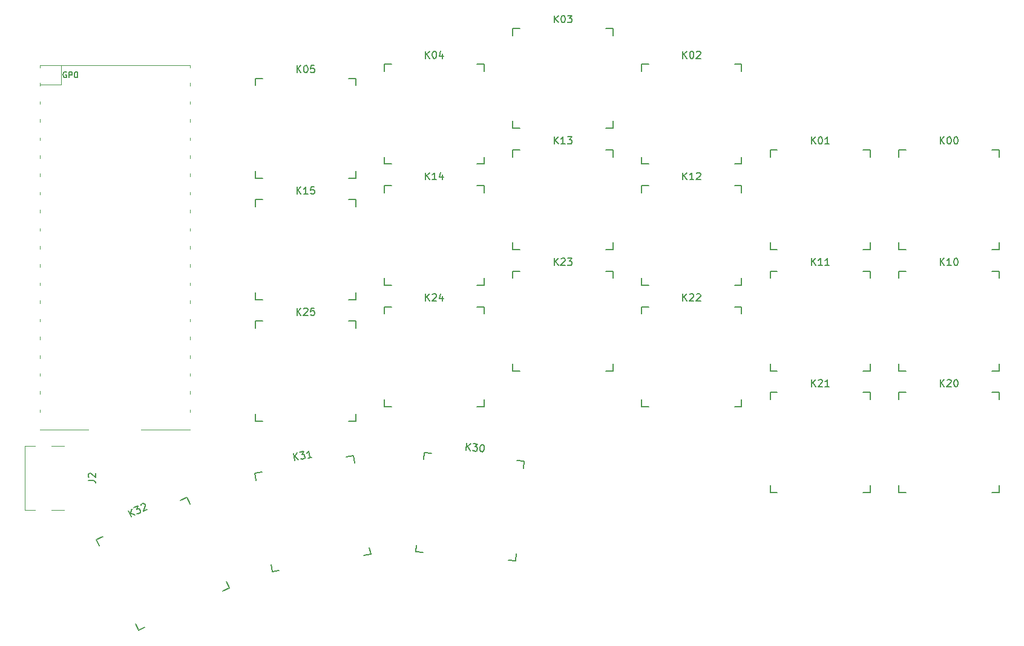
<source format=gto>
%TF.GenerationSoftware,KiCad,Pcbnew,8.0.8*%
%TF.CreationDate,2025-05-22T15:11:42+02:00*%
%TF.ProjectId,keyboard_pcb,6b657962-6f61-4726-945f-7063622e6b69,rev1.0*%
%TF.SameCoordinates,Original*%
%TF.FileFunction,Legend,Top*%
%TF.FilePolarity,Positive*%
%FSLAX46Y46*%
G04 Gerber Fmt 4.6, Leading zero omitted, Abs format (unit mm)*
G04 Created by KiCad (PCBNEW 8.0.8) date 2025-05-22 15:11:42*
%MOMM*%
%LPD*%
G01*
G04 APERTURE LIST*
%ADD10C,0.150000*%
%ADD11C,0.120000*%
G04 APERTURE END LIST*
D10*
X74834819Y-109333333D02*
X75549104Y-109333333D01*
X75549104Y-109333333D02*
X75691961Y-109380952D01*
X75691961Y-109380952D02*
X75787200Y-109476190D01*
X75787200Y-109476190D02*
X75834819Y-109619047D01*
X75834819Y-109619047D02*
X75834819Y-109714285D01*
X74930057Y-108904761D02*
X74882438Y-108857142D01*
X74882438Y-108857142D02*
X74834819Y-108761904D01*
X74834819Y-108761904D02*
X74834819Y-108523809D01*
X74834819Y-108523809D02*
X74882438Y-108428571D01*
X74882438Y-108428571D02*
X74930057Y-108380952D01*
X74930057Y-108380952D02*
X75025295Y-108333333D01*
X75025295Y-108333333D02*
X75120533Y-108333333D01*
X75120533Y-108333333D02*
X75263390Y-108380952D01*
X75263390Y-108380952D02*
X75834819Y-108952380D01*
X75834819Y-108952380D02*
X75834819Y-108333333D01*
X104025714Y-86199819D02*
X104025714Y-85199819D01*
X104597142Y-86199819D02*
X104168571Y-85628390D01*
X104597142Y-85199819D02*
X104025714Y-85771247D01*
X104978095Y-85295057D02*
X105025714Y-85247438D01*
X105025714Y-85247438D02*
X105120952Y-85199819D01*
X105120952Y-85199819D02*
X105359047Y-85199819D01*
X105359047Y-85199819D02*
X105454285Y-85247438D01*
X105454285Y-85247438D02*
X105501904Y-85295057D01*
X105501904Y-85295057D02*
X105549523Y-85390295D01*
X105549523Y-85390295D02*
X105549523Y-85485533D01*
X105549523Y-85485533D02*
X105501904Y-85628390D01*
X105501904Y-85628390D02*
X104930476Y-86199819D01*
X104930476Y-86199819D02*
X105549523Y-86199819D01*
X106454285Y-85199819D02*
X105978095Y-85199819D01*
X105978095Y-85199819D02*
X105930476Y-85676009D01*
X105930476Y-85676009D02*
X105978095Y-85628390D01*
X105978095Y-85628390D02*
X106073333Y-85580771D01*
X106073333Y-85580771D02*
X106311428Y-85580771D01*
X106311428Y-85580771D02*
X106406666Y-85628390D01*
X106406666Y-85628390D02*
X106454285Y-85676009D01*
X106454285Y-85676009D02*
X106501904Y-85771247D01*
X106501904Y-85771247D02*
X106501904Y-86009342D01*
X106501904Y-86009342D02*
X106454285Y-86104580D01*
X106454285Y-86104580D02*
X106406666Y-86152200D01*
X106406666Y-86152200D02*
X106311428Y-86199819D01*
X106311428Y-86199819D02*
X106073333Y-86199819D01*
X106073333Y-86199819D02*
X105978095Y-86152200D01*
X105978095Y-86152200D02*
X105930476Y-86104580D01*
X122025714Y-84199819D02*
X122025714Y-83199819D01*
X122597142Y-84199819D02*
X122168571Y-83628390D01*
X122597142Y-83199819D02*
X122025714Y-83771247D01*
X122978095Y-83295057D02*
X123025714Y-83247438D01*
X123025714Y-83247438D02*
X123120952Y-83199819D01*
X123120952Y-83199819D02*
X123359047Y-83199819D01*
X123359047Y-83199819D02*
X123454285Y-83247438D01*
X123454285Y-83247438D02*
X123501904Y-83295057D01*
X123501904Y-83295057D02*
X123549523Y-83390295D01*
X123549523Y-83390295D02*
X123549523Y-83485533D01*
X123549523Y-83485533D02*
X123501904Y-83628390D01*
X123501904Y-83628390D02*
X122930476Y-84199819D01*
X122930476Y-84199819D02*
X123549523Y-84199819D01*
X124406666Y-83533152D02*
X124406666Y-84199819D01*
X124168571Y-83152200D02*
X123930476Y-83866485D01*
X123930476Y-83866485D02*
X124549523Y-83866485D01*
X176025714Y-96199819D02*
X176025714Y-95199819D01*
X176597142Y-96199819D02*
X176168571Y-95628390D01*
X176597142Y-95199819D02*
X176025714Y-95771247D01*
X176978095Y-95295057D02*
X177025714Y-95247438D01*
X177025714Y-95247438D02*
X177120952Y-95199819D01*
X177120952Y-95199819D02*
X177359047Y-95199819D01*
X177359047Y-95199819D02*
X177454285Y-95247438D01*
X177454285Y-95247438D02*
X177501904Y-95295057D01*
X177501904Y-95295057D02*
X177549523Y-95390295D01*
X177549523Y-95390295D02*
X177549523Y-95485533D01*
X177549523Y-95485533D02*
X177501904Y-95628390D01*
X177501904Y-95628390D02*
X176930476Y-96199819D01*
X176930476Y-96199819D02*
X177549523Y-96199819D01*
X178501904Y-96199819D02*
X177930476Y-96199819D01*
X178216190Y-96199819D02*
X178216190Y-95199819D01*
X178216190Y-95199819D02*
X178120952Y-95342676D01*
X178120952Y-95342676D02*
X178025714Y-95437914D01*
X178025714Y-95437914D02*
X177930476Y-95485533D01*
X158025714Y-50199819D02*
X158025714Y-49199819D01*
X158597142Y-50199819D02*
X158168571Y-49628390D01*
X158597142Y-49199819D02*
X158025714Y-49771247D01*
X159216190Y-49199819D02*
X159311428Y-49199819D01*
X159311428Y-49199819D02*
X159406666Y-49247438D01*
X159406666Y-49247438D02*
X159454285Y-49295057D01*
X159454285Y-49295057D02*
X159501904Y-49390295D01*
X159501904Y-49390295D02*
X159549523Y-49580771D01*
X159549523Y-49580771D02*
X159549523Y-49818866D01*
X159549523Y-49818866D02*
X159501904Y-50009342D01*
X159501904Y-50009342D02*
X159454285Y-50104580D01*
X159454285Y-50104580D02*
X159406666Y-50152200D01*
X159406666Y-50152200D02*
X159311428Y-50199819D01*
X159311428Y-50199819D02*
X159216190Y-50199819D01*
X159216190Y-50199819D02*
X159120952Y-50152200D01*
X159120952Y-50152200D02*
X159073333Y-50104580D01*
X159073333Y-50104580D02*
X159025714Y-50009342D01*
X159025714Y-50009342D02*
X158978095Y-49818866D01*
X158978095Y-49818866D02*
X158978095Y-49580771D01*
X158978095Y-49580771D02*
X159025714Y-49390295D01*
X159025714Y-49390295D02*
X159073333Y-49295057D01*
X159073333Y-49295057D02*
X159120952Y-49247438D01*
X159120952Y-49247438D02*
X159216190Y-49199819D01*
X159930476Y-49295057D02*
X159978095Y-49247438D01*
X159978095Y-49247438D02*
X160073333Y-49199819D01*
X160073333Y-49199819D02*
X160311428Y-49199819D01*
X160311428Y-49199819D02*
X160406666Y-49247438D01*
X160406666Y-49247438D02*
X160454285Y-49295057D01*
X160454285Y-49295057D02*
X160501904Y-49390295D01*
X160501904Y-49390295D02*
X160501904Y-49485533D01*
X160501904Y-49485533D02*
X160454285Y-49628390D01*
X160454285Y-49628390D02*
X159882857Y-50199819D01*
X159882857Y-50199819D02*
X160501904Y-50199819D01*
X194025714Y-79199819D02*
X194025714Y-78199819D01*
X194597142Y-79199819D02*
X194168571Y-78628390D01*
X194597142Y-78199819D02*
X194025714Y-78771247D01*
X195549523Y-79199819D02*
X194978095Y-79199819D01*
X195263809Y-79199819D02*
X195263809Y-78199819D01*
X195263809Y-78199819D02*
X195168571Y-78342676D01*
X195168571Y-78342676D02*
X195073333Y-78437914D01*
X195073333Y-78437914D02*
X194978095Y-78485533D01*
X196168571Y-78199819D02*
X196263809Y-78199819D01*
X196263809Y-78199819D02*
X196359047Y-78247438D01*
X196359047Y-78247438D02*
X196406666Y-78295057D01*
X196406666Y-78295057D02*
X196454285Y-78390295D01*
X196454285Y-78390295D02*
X196501904Y-78580771D01*
X196501904Y-78580771D02*
X196501904Y-78818866D01*
X196501904Y-78818866D02*
X196454285Y-79009342D01*
X196454285Y-79009342D02*
X196406666Y-79104580D01*
X196406666Y-79104580D02*
X196359047Y-79152200D01*
X196359047Y-79152200D02*
X196263809Y-79199819D01*
X196263809Y-79199819D02*
X196168571Y-79199819D01*
X196168571Y-79199819D02*
X196073333Y-79152200D01*
X196073333Y-79152200D02*
X196025714Y-79104580D01*
X196025714Y-79104580D02*
X195978095Y-79009342D01*
X195978095Y-79009342D02*
X195930476Y-78818866D01*
X195930476Y-78818866D02*
X195930476Y-78580771D01*
X195930476Y-78580771D02*
X195978095Y-78390295D01*
X195978095Y-78390295D02*
X196025714Y-78295057D01*
X196025714Y-78295057D02*
X196073333Y-78247438D01*
X196073333Y-78247438D02*
X196168571Y-78199819D01*
X71762171Y-52141890D02*
X71685981Y-52103795D01*
X71685981Y-52103795D02*
X71571695Y-52103795D01*
X71571695Y-52103795D02*
X71457409Y-52141890D01*
X71457409Y-52141890D02*
X71381219Y-52218080D01*
X71381219Y-52218080D02*
X71343124Y-52294271D01*
X71343124Y-52294271D02*
X71305028Y-52446652D01*
X71305028Y-52446652D02*
X71305028Y-52560938D01*
X71305028Y-52560938D02*
X71343124Y-52713319D01*
X71343124Y-52713319D02*
X71381219Y-52789509D01*
X71381219Y-52789509D02*
X71457409Y-52865700D01*
X71457409Y-52865700D02*
X71571695Y-52903795D01*
X71571695Y-52903795D02*
X71647886Y-52903795D01*
X71647886Y-52903795D02*
X71762171Y-52865700D01*
X71762171Y-52865700D02*
X71800267Y-52827604D01*
X71800267Y-52827604D02*
X71800267Y-52560938D01*
X71800267Y-52560938D02*
X71647886Y-52560938D01*
X72143124Y-52903795D02*
X72143124Y-52103795D01*
X72143124Y-52103795D02*
X72447886Y-52103795D01*
X72447886Y-52103795D02*
X72524076Y-52141890D01*
X72524076Y-52141890D02*
X72562171Y-52179985D01*
X72562171Y-52179985D02*
X72600267Y-52256176D01*
X72600267Y-52256176D02*
X72600267Y-52370461D01*
X72600267Y-52370461D02*
X72562171Y-52446652D01*
X72562171Y-52446652D02*
X72524076Y-52484747D01*
X72524076Y-52484747D02*
X72447886Y-52522842D01*
X72447886Y-52522842D02*
X72143124Y-52522842D01*
X73095505Y-52103795D02*
X73171695Y-52103795D01*
X73171695Y-52103795D02*
X73247886Y-52141890D01*
X73247886Y-52141890D02*
X73285981Y-52179985D01*
X73285981Y-52179985D02*
X73324076Y-52256176D01*
X73324076Y-52256176D02*
X73362171Y-52408557D01*
X73362171Y-52408557D02*
X73362171Y-52599033D01*
X73362171Y-52599033D02*
X73324076Y-52751414D01*
X73324076Y-52751414D02*
X73285981Y-52827604D01*
X73285981Y-52827604D02*
X73247886Y-52865700D01*
X73247886Y-52865700D02*
X73171695Y-52903795D01*
X73171695Y-52903795D02*
X73095505Y-52903795D01*
X73095505Y-52903795D02*
X73019314Y-52865700D01*
X73019314Y-52865700D02*
X72981219Y-52827604D01*
X72981219Y-52827604D02*
X72943124Y-52751414D01*
X72943124Y-52751414D02*
X72905028Y-52599033D01*
X72905028Y-52599033D02*
X72905028Y-52408557D01*
X72905028Y-52408557D02*
X72943124Y-52256176D01*
X72943124Y-52256176D02*
X72981219Y-52179985D01*
X72981219Y-52179985D02*
X73019314Y-52141890D01*
X73019314Y-52141890D02*
X73095505Y-52103795D01*
X122025714Y-50199819D02*
X122025714Y-49199819D01*
X122597142Y-50199819D02*
X122168571Y-49628390D01*
X122597142Y-49199819D02*
X122025714Y-49771247D01*
X123216190Y-49199819D02*
X123311428Y-49199819D01*
X123311428Y-49199819D02*
X123406666Y-49247438D01*
X123406666Y-49247438D02*
X123454285Y-49295057D01*
X123454285Y-49295057D02*
X123501904Y-49390295D01*
X123501904Y-49390295D02*
X123549523Y-49580771D01*
X123549523Y-49580771D02*
X123549523Y-49818866D01*
X123549523Y-49818866D02*
X123501904Y-50009342D01*
X123501904Y-50009342D02*
X123454285Y-50104580D01*
X123454285Y-50104580D02*
X123406666Y-50152200D01*
X123406666Y-50152200D02*
X123311428Y-50199819D01*
X123311428Y-50199819D02*
X123216190Y-50199819D01*
X123216190Y-50199819D02*
X123120952Y-50152200D01*
X123120952Y-50152200D02*
X123073333Y-50104580D01*
X123073333Y-50104580D02*
X123025714Y-50009342D01*
X123025714Y-50009342D02*
X122978095Y-49818866D01*
X122978095Y-49818866D02*
X122978095Y-49580771D01*
X122978095Y-49580771D02*
X123025714Y-49390295D01*
X123025714Y-49390295D02*
X123073333Y-49295057D01*
X123073333Y-49295057D02*
X123120952Y-49247438D01*
X123120952Y-49247438D02*
X123216190Y-49199819D01*
X124406666Y-49533152D02*
X124406666Y-50199819D01*
X124168571Y-49152200D02*
X123930476Y-49866485D01*
X123930476Y-49866485D02*
X124549523Y-49866485D01*
X158025714Y-67199819D02*
X158025714Y-66199819D01*
X158597142Y-67199819D02*
X158168571Y-66628390D01*
X158597142Y-66199819D02*
X158025714Y-66771247D01*
X159549523Y-67199819D02*
X158978095Y-67199819D01*
X159263809Y-67199819D02*
X159263809Y-66199819D01*
X159263809Y-66199819D02*
X159168571Y-66342676D01*
X159168571Y-66342676D02*
X159073333Y-66437914D01*
X159073333Y-66437914D02*
X158978095Y-66485533D01*
X159930476Y-66295057D02*
X159978095Y-66247438D01*
X159978095Y-66247438D02*
X160073333Y-66199819D01*
X160073333Y-66199819D02*
X160311428Y-66199819D01*
X160311428Y-66199819D02*
X160406666Y-66247438D01*
X160406666Y-66247438D02*
X160454285Y-66295057D01*
X160454285Y-66295057D02*
X160501904Y-66390295D01*
X160501904Y-66390295D02*
X160501904Y-66485533D01*
X160501904Y-66485533D02*
X160454285Y-66628390D01*
X160454285Y-66628390D02*
X159882857Y-67199819D01*
X159882857Y-67199819D02*
X160501904Y-67199819D01*
X127710165Y-105123669D02*
X127797321Y-104127474D01*
X128279419Y-105173472D02*
X127902282Y-104566866D01*
X128366575Y-104177277D02*
X127747518Y-104696728D01*
X128698640Y-104206329D02*
X129315332Y-104260283D01*
X129315332Y-104260283D02*
X128950065Y-104610734D01*
X128950065Y-104610734D02*
X129092379Y-104623185D01*
X129092379Y-104623185D02*
X129183104Y-104678923D01*
X129183104Y-104678923D02*
X129226392Y-104730511D01*
X129226392Y-104730511D02*
X129265529Y-104829537D01*
X129265529Y-104829537D02*
X129244777Y-105066726D01*
X129244777Y-105066726D02*
X129189039Y-105157452D01*
X129189039Y-105157452D02*
X129137451Y-105200739D01*
X129137451Y-105200739D02*
X129038425Y-105239877D01*
X129038425Y-105239877D02*
X128753798Y-105214975D01*
X128753798Y-105214975D02*
X128663072Y-105159236D01*
X128663072Y-105159236D02*
X128619785Y-105107648D01*
X129932024Y-104314236D02*
X130026900Y-104322537D01*
X130026900Y-104322537D02*
X130117625Y-104378275D01*
X130117625Y-104378275D02*
X130160913Y-104429864D01*
X130160913Y-104429864D02*
X130200050Y-104528889D01*
X130200050Y-104528889D02*
X130230887Y-104722791D01*
X130230887Y-104722791D02*
X130210135Y-104959980D01*
X130210135Y-104959980D02*
X130146096Y-105145581D01*
X130146096Y-105145581D02*
X130090358Y-105236307D01*
X130090358Y-105236307D02*
X130038770Y-105279594D01*
X130038770Y-105279594D02*
X129939744Y-105318732D01*
X129939744Y-105318732D02*
X129844868Y-105310431D01*
X129844868Y-105310431D02*
X129754143Y-105254693D01*
X129754143Y-105254693D02*
X129710855Y-105203105D01*
X129710855Y-105203105D02*
X129671718Y-105104079D01*
X129671718Y-105104079D02*
X129640881Y-104910177D01*
X129640881Y-104910177D02*
X129661633Y-104672988D01*
X129661633Y-104672988D02*
X129725672Y-104487387D01*
X129725672Y-104487387D02*
X129781410Y-104396661D01*
X129781410Y-104396661D02*
X129832998Y-104353374D01*
X129832998Y-104353374D02*
X129932024Y-104314236D01*
X176025714Y-62199819D02*
X176025714Y-61199819D01*
X176597142Y-62199819D02*
X176168571Y-61628390D01*
X176597142Y-61199819D02*
X176025714Y-61771247D01*
X177216190Y-61199819D02*
X177311428Y-61199819D01*
X177311428Y-61199819D02*
X177406666Y-61247438D01*
X177406666Y-61247438D02*
X177454285Y-61295057D01*
X177454285Y-61295057D02*
X177501904Y-61390295D01*
X177501904Y-61390295D02*
X177549523Y-61580771D01*
X177549523Y-61580771D02*
X177549523Y-61818866D01*
X177549523Y-61818866D02*
X177501904Y-62009342D01*
X177501904Y-62009342D02*
X177454285Y-62104580D01*
X177454285Y-62104580D02*
X177406666Y-62152200D01*
X177406666Y-62152200D02*
X177311428Y-62199819D01*
X177311428Y-62199819D02*
X177216190Y-62199819D01*
X177216190Y-62199819D02*
X177120952Y-62152200D01*
X177120952Y-62152200D02*
X177073333Y-62104580D01*
X177073333Y-62104580D02*
X177025714Y-62009342D01*
X177025714Y-62009342D02*
X176978095Y-61818866D01*
X176978095Y-61818866D02*
X176978095Y-61580771D01*
X176978095Y-61580771D02*
X177025714Y-61390295D01*
X177025714Y-61390295D02*
X177073333Y-61295057D01*
X177073333Y-61295057D02*
X177120952Y-61247438D01*
X177120952Y-61247438D02*
X177216190Y-61199819D01*
X178501904Y-62199819D02*
X177930476Y-62199819D01*
X178216190Y-62199819D02*
X178216190Y-61199819D01*
X178216190Y-61199819D02*
X178120952Y-61342676D01*
X178120952Y-61342676D02*
X178025714Y-61437914D01*
X178025714Y-61437914D02*
X177930476Y-61485533D01*
X122025714Y-67199819D02*
X122025714Y-66199819D01*
X122597142Y-67199819D02*
X122168571Y-66628390D01*
X122597142Y-66199819D02*
X122025714Y-66771247D01*
X123549523Y-67199819D02*
X122978095Y-67199819D01*
X123263809Y-67199819D02*
X123263809Y-66199819D01*
X123263809Y-66199819D02*
X123168571Y-66342676D01*
X123168571Y-66342676D02*
X123073333Y-66437914D01*
X123073333Y-66437914D02*
X122978095Y-66485533D01*
X124406666Y-66533152D02*
X124406666Y-67199819D01*
X124168571Y-66152200D02*
X123930476Y-66866485D01*
X123930476Y-66866485D02*
X124549523Y-66866485D01*
X140025714Y-79199819D02*
X140025714Y-78199819D01*
X140597142Y-79199819D02*
X140168571Y-78628390D01*
X140597142Y-78199819D02*
X140025714Y-78771247D01*
X140978095Y-78295057D02*
X141025714Y-78247438D01*
X141025714Y-78247438D02*
X141120952Y-78199819D01*
X141120952Y-78199819D02*
X141359047Y-78199819D01*
X141359047Y-78199819D02*
X141454285Y-78247438D01*
X141454285Y-78247438D02*
X141501904Y-78295057D01*
X141501904Y-78295057D02*
X141549523Y-78390295D01*
X141549523Y-78390295D02*
X141549523Y-78485533D01*
X141549523Y-78485533D02*
X141501904Y-78628390D01*
X141501904Y-78628390D02*
X140930476Y-79199819D01*
X140930476Y-79199819D02*
X141549523Y-79199819D01*
X141882857Y-78199819D02*
X142501904Y-78199819D01*
X142501904Y-78199819D02*
X142168571Y-78580771D01*
X142168571Y-78580771D02*
X142311428Y-78580771D01*
X142311428Y-78580771D02*
X142406666Y-78628390D01*
X142406666Y-78628390D02*
X142454285Y-78676009D01*
X142454285Y-78676009D02*
X142501904Y-78771247D01*
X142501904Y-78771247D02*
X142501904Y-79009342D01*
X142501904Y-79009342D02*
X142454285Y-79104580D01*
X142454285Y-79104580D02*
X142406666Y-79152200D01*
X142406666Y-79152200D02*
X142311428Y-79199819D01*
X142311428Y-79199819D02*
X142025714Y-79199819D01*
X142025714Y-79199819D02*
X141930476Y-79152200D01*
X141930476Y-79152200D02*
X141882857Y-79104580D01*
X140025714Y-45199819D02*
X140025714Y-44199819D01*
X140597142Y-45199819D02*
X140168571Y-44628390D01*
X140597142Y-44199819D02*
X140025714Y-44771247D01*
X141216190Y-44199819D02*
X141311428Y-44199819D01*
X141311428Y-44199819D02*
X141406666Y-44247438D01*
X141406666Y-44247438D02*
X141454285Y-44295057D01*
X141454285Y-44295057D02*
X141501904Y-44390295D01*
X141501904Y-44390295D02*
X141549523Y-44580771D01*
X141549523Y-44580771D02*
X141549523Y-44818866D01*
X141549523Y-44818866D02*
X141501904Y-45009342D01*
X141501904Y-45009342D02*
X141454285Y-45104580D01*
X141454285Y-45104580D02*
X141406666Y-45152200D01*
X141406666Y-45152200D02*
X141311428Y-45199819D01*
X141311428Y-45199819D02*
X141216190Y-45199819D01*
X141216190Y-45199819D02*
X141120952Y-45152200D01*
X141120952Y-45152200D02*
X141073333Y-45104580D01*
X141073333Y-45104580D02*
X141025714Y-45009342D01*
X141025714Y-45009342D02*
X140978095Y-44818866D01*
X140978095Y-44818866D02*
X140978095Y-44580771D01*
X140978095Y-44580771D02*
X141025714Y-44390295D01*
X141025714Y-44390295D02*
X141073333Y-44295057D01*
X141073333Y-44295057D02*
X141120952Y-44247438D01*
X141120952Y-44247438D02*
X141216190Y-44199819D01*
X141882857Y-44199819D02*
X142501904Y-44199819D01*
X142501904Y-44199819D02*
X142168571Y-44580771D01*
X142168571Y-44580771D02*
X142311428Y-44580771D01*
X142311428Y-44580771D02*
X142406666Y-44628390D01*
X142406666Y-44628390D02*
X142454285Y-44676009D01*
X142454285Y-44676009D02*
X142501904Y-44771247D01*
X142501904Y-44771247D02*
X142501904Y-45009342D01*
X142501904Y-45009342D02*
X142454285Y-45104580D01*
X142454285Y-45104580D02*
X142406666Y-45152200D01*
X142406666Y-45152200D02*
X142311428Y-45199819D01*
X142311428Y-45199819D02*
X142025714Y-45199819D01*
X142025714Y-45199819D02*
X141930476Y-45152200D01*
X141930476Y-45152200D02*
X141882857Y-45104580D01*
X158025714Y-84199819D02*
X158025714Y-83199819D01*
X158597142Y-84199819D02*
X158168571Y-83628390D01*
X158597142Y-83199819D02*
X158025714Y-83771247D01*
X158978095Y-83295057D02*
X159025714Y-83247438D01*
X159025714Y-83247438D02*
X159120952Y-83199819D01*
X159120952Y-83199819D02*
X159359047Y-83199819D01*
X159359047Y-83199819D02*
X159454285Y-83247438D01*
X159454285Y-83247438D02*
X159501904Y-83295057D01*
X159501904Y-83295057D02*
X159549523Y-83390295D01*
X159549523Y-83390295D02*
X159549523Y-83485533D01*
X159549523Y-83485533D02*
X159501904Y-83628390D01*
X159501904Y-83628390D02*
X158930476Y-84199819D01*
X158930476Y-84199819D02*
X159549523Y-84199819D01*
X159930476Y-83295057D02*
X159978095Y-83247438D01*
X159978095Y-83247438D02*
X160073333Y-83199819D01*
X160073333Y-83199819D02*
X160311428Y-83199819D01*
X160311428Y-83199819D02*
X160406666Y-83247438D01*
X160406666Y-83247438D02*
X160454285Y-83295057D01*
X160454285Y-83295057D02*
X160501904Y-83390295D01*
X160501904Y-83390295D02*
X160501904Y-83485533D01*
X160501904Y-83485533D02*
X160454285Y-83628390D01*
X160454285Y-83628390D02*
X159882857Y-84199819D01*
X159882857Y-84199819D02*
X160501904Y-84199819D01*
X104025714Y-69199819D02*
X104025714Y-68199819D01*
X104597142Y-69199819D02*
X104168571Y-68628390D01*
X104597142Y-68199819D02*
X104025714Y-68771247D01*
X105549523Y-69199819D02*
X104978095Y-69199819D01*
X105263809Y-69199819D02*
X105263809Y-68199819D01*
X105263809Y-68199819D02*
X105168571Y-68342676D01*
X105168571Y-68342676D02*
X105073333Y-68437914D01*
X105073333Y-68437914D02*
X104978095Y-68485533D01*
X106454285Y-68199819D02*
X105978095Y-68199819D01*
X105978095Y-68199819D02*
X105930476Y-68676009D01*
X105930476Y-68676009D02*
X105978095Y-68628390D01*
X105978095Y-68628390D02*
X106073333Y-68580771D01*
X106073333Y-68580771D02*
X106311428Y-68580771D01*
X106311428Y-68580771D02*
X106406666Y-68628390D01*
X106406666Y-68628390D02*
X106454285Y-68676009D01*
X106454285Y-68676009D02*
X106501904Y-68771247D01*
X106501904Y-68771247D02*
X106501904Y-69009342D01*
X106501904Y-69009342D02*
X106454285Y-69104580D01*
X106454285Y-69104580D02*
X106406666Y-69152200D01*
X106406666Y-69152200D02*
X106311428Y-69199819D01*
X106311428Y-69199819D02*
X106073333Y-69199819D01*
X106073333Y-69199819D02*
X105978095Y-69152200D01*
X105978095Y-69152200D02*
X105930476Y-69104580D01*
X80842984Y-114443814D02*
X80420365Y-113537506D01*
X81360874Y-114202318D02*
X80730960Y-113865550D01*
X80938256Y-113296010D02*
X80661862Y-114055396D01*
X81240358Y-113155137D02*
X81801406Y-112893516D01*
X81801406Y-112893516D02*
X81660301Y-113379649D01*
X81660301Y-113379649D02*
X81789773Y-113319275D01*
X81789773Y-113319275D02*
X81896213Y-113322183D01*
X81896213Y-113322183D02*
X81959495Y-113345216D01*
X81959495Y-113345216D02*
X82042902Y-113411407D01*
X82042902Y-113411407D02*
X82143525Y-113627194D01*
X82143525Y-113627194D02*
X82140617Y-113733634D01*
X82140617Y-113733634D02*
X82117584Y-113796916D01*
X82117584Y-113796916D02*
X82051394Y-113880323D01*
X82051394Y-113880323D02*
X81792449Y-114001071D01*
X81792449Y-114001071D02*
X81686009Y-113998163D01*
X81686009Y-113998163D02*
X81622727Y-113975130D01*
X82186915Y-112818834D02*
X82209948Y-112755552D01*
X82209948Y-112755552D02*
X82276139Y-112672145D01*
X82276139Y-112672145D02*
X82491926Y-112571521D01*
X82491926Y-112571521D02*
X82598366Y-112574430D01*
X82598366Y-112574430D02*
X82661648Y-112597462D01*
X82661648Y-112597462D02*
X82745055Y-112663653D01*
X82745055Y-112663653D02*
X82785304Y-112749968D01*
X82785304Y-112749968D02*
X82802521Y-112899565D01*
X82802521Y-112899565D02*
X82526127Y-113658951D01*
X82526127Y-113658951D02*
X83087174Y-113397331D01*
X176025714Y-79199819D02*
X176025714Y-78199819D01*
X176597142Y-79199819D02*
X176168571Y-78628390D01*
X176597142Y-78199819D02*
X176025714Y-78771247D01*
X177549523Y-79199819D02*
X176978095Y-79199819D01*
X177263809Y-79199819D02*
X177263809Y-78199819D01*
X177263809Y-78199819D02*
X177168571Y-78342676D01*
X177168571Y-78342676D02*
X177073333Y-78437914D01*
X177073333Y-78437914D02*
X176978095Y-78485533D01*
X178501904Y-79199819D02*
X177930476Y-79199819D01*
X178216190Y-79199819D02*
X178216190Y-78199819D01*
X178216190Y-78199819D02*
X178120952Y-78342676D01*
X178120952Y-78342676D02*
X178025714Y-78437914D01*
X178025714Y-78437914D02*
X177930476Y-78485533D01*
X104025714Y-52199819D02*
X104025714Y-51199819D01*
X104597142Y-52199819D02*
X104168571Y-51628390D01*
X104597142Y-51199819D02*
X104025714Y-51771247D01*
X105216190Y-51199819D02*
X105311428Y-51199819D01*
X105311428Y-51199819D02*
X105406666Y-51247438D01*
X105406666Y-51247438D02*
X105454285Y-51295057D01*
X105454285Y-51295057D02*
X105501904Y-51390295D01*
X105501904Y-51390295D02*
X105549523Y-51580771D01*
X105549523Y-51580771D02*
X105549523Y-51818866D01*
X105549523Y-51818866D02*
X105501904Y-52009342D01*
X105501904Y-52009342D02*
X105454285Y-52104580D01*
X105454285Y-52104580D02*
X105406666Y-52152200D01*
X105406666Y-52152200D02*
X105311428Y-52199819D01*
X105311428Y-52199819D02*
X105216190Y-52199819D01*
X105216190Y-52199819D02*
X105120952Y-52152200D01*
X105120952Y-52152200D02*
X105073333Y-52104580D01*
X105073333Y-52104580D02*
X105025714Y-52009342D01*
X105025714Y-52009342D02*
X104978095Y-51818866D01*
X104978095Y-51818866D02*
X104978095Y-51580771D01*
X104978095Y-51580771D02*
X105025714Y-51390295D01*
X105025714Y-51390295D02*
X105073333Y-51295057D01*
X105073333Y-51295057D02*
X105120952Y-51247438D01*
X105120952Y-51247438D02*
X105216190Y-51199819D01*
X106454285Y-51199819D02*
X105978095Y-51199819D01*
X105978095Y-51199819D02*
X105930476Y-51676009D01*
X105930476Y-51676009D02*
X105978095Y-51628390D01*
X105978095Y-51628390D02*
X106073333Y-51580771D01*
X106073333Y-51580771D02*
X106311428Y-51580771D01*
X106311428Y-51580771D02*
X106406666Y-51628390D01*
X106406666Y-51628390D02*
X106454285Y-51676009D01*
X106454285Y-51676009D02*
X106501904Y-51771247D01*
X106501904Y-51771247D02*
X106501904Y-52009342D01*
X106501904Y-52009342D02*
X106454285Y-52104580D01*
X106454285Y-52104580D02*
X106406666Y-52152200D01*
X106406666Y-52152200D02*
X106311428Y-52199819D01*
X106311428Y-52199819D02*
X106073333Y-52199819D01*
X106073333Y-52199819D02*
X105978095Y-52152200D01*
X105978095Y-52152200D02*
X105930476Y-52104580D01*
X194025714Y-96199819D02*
X194025714Y-95199819D01*
X194597142Y-96199819D02*
X194168571Y-95628390D01*
X194597142Y-95199819D02*
X194025714Y-95771247D01*
X194978095Y-95295057D02*
X195025714Y-95247438D01*
X195025714Y-95247438D02*
X195120952Y-95199819D01*
X195120952Y-95199819D02*
X195359047Y-95199819D01*
X195359047Y-95199819D02*
X195454285Y-95247438D01*
X195454285Y-95247438D02*
X195501904Y-95295057D01*
X195501904Y-95295057D02*
X195549523Y-95390295D01*
X195549523Y-95390295D02*
X195549523Y-95485533D01*
X195549523Y-95485533D02*
X195501904Y-95628390D01*
X195501904Y-95628390D02*
X194930476Y-96199819D01*
X194930476Y-96199819D02*
X195549523Y-96199819D01*
X196168571Y-95199819D02*
X196263809Y-95199819D01*
X196263809Y-95199819D02*
X196359047Y-95247438D01*
X196359047Y-95247438D02*
X196406666Y-95295057D01*
X196406666Y-95295057D02*
X196454285Y-95390295D01*
X196454285Y-95390295D02*
X196501904Y-95580771D01*
X196501904Y-95580771D02*
X196501904Y-95818866D01*
X196501904Y-95818866D02*
X196454285Y-96009342D01*
X196454285Y-96009342D02*
X196406666Y-96104580D01*
X196406666Y-96104580D02*
X196359047Y-96152200D01*
X196359047Y-96152200D02*
X196263809Y-96199819D01*
X196263809Y-96199819D02*
X196168571Y-96199819D01*
X196168571Y-96199819D02*
X196073333Y-96152200D01*
X196073333Y-96152200D02*
X196025714Y-96104580D01*
X196025714Y-96104580D02*
X195978095Y-96009342D01*
X195978095Y-96009342D02*
X195930476Y-95818866D01*
X195930476Y-95818866D02*
X195930476Y-95580771D01*
X195930476Y-95580771D02*
X195978095Y-95390295D01*
X195978095Y-95390295D02*
X196025714Y-95295057D01*
X196025714Y-95295057D02*
X196073333Y-95247438D01*
X196073333Y-95247438D02*
X196168571Y-95199819D01*
X140025714Y-62199819D02*
X140025714Y-61199819D01*
X140597142Y-62199819D02*
X140168571Y-61628390D01*
X140597142Y-61199819D02*
X140025714Y-61771247D01*
X141549523Y-62199819D02*
X140978095Y-62199819D01*
X141263809Y-62199819D02*
X141263809Y-61199819D01*
X141263809Y-61199819D02*
X141168571Y-61342676D01*
X141168571Y-61342676D02*
X141073333Y-61437914D01*
X141073333Y-61437914D02*
X140978095Y-61485533D01*
X141882857Y-61199819D02*
X142501904Y-61199819D01*
X142501904Y-61199819D02*
X142168571Y-61580771D01*
X142168571Y-61580771D02*
X142311428Y-61580771D01*
X142311428Y-61580771D02*
X142406666Y-61628390D01*
X142406666Y-61628390D02*
X142454285Y-61676009D01*
X142454285Y-61676009D02*
X142501904Y-61771247D01*
X142501904Y-61771247D02*
X142501904Y-62009342D01*
X142501904Y-62009342D02*
X142454285Y-62104580D01*
X142454285Y-62104580D02*
X142406666Y-62152200D01*
X142406666Y-62152200D02*
X142311428Y-62199819D01*
X142311428Y-62199819D02*
X142025714Y-62199819D01*
X142025714Y-62199819D02*
X141930476Y-62152200D01*
X141930476Y-62152200D02*
X141882857Y-62104580D01*
X194025714Y-62199819D02*
X194025714Y-61199819D01*
X194597142Y-62199819D02*
X194168571Y-61628390D01*
X194597142Y-61199819D02*
X194025714Y-61771247D01*
X195216190Y-61199819D02*
X195311428Y-61199819D01*
X195311428Y-61199819D02*
X195406666Y-61247438D01*
X195406666Y-61247438D02*
X195454285Y-61295057D01*
X195454285Y-61295057D02*
X195501904Y-61390295D01*
X195501904Y-61390295D02*
X195549523Y-61580771D01*
X195549523Y-61580771D02*
X195549523Y-61818866D01*
X195549523Y-61818866D02*
X195501904Y-62009342D01*
X195501904Y-62009342D02*
X195454285Y-62104580D01*
X195454285Y-62104580D02*
X195406666Y-62152200D01*
X195406666Y-62152200D02*
X195311428Y-62199819D01*
X195311428Y-62199819D02*
X195216190Y-62199819D01*
X195216190Y-62199819D02*
X195120952Y-62152200D01*
X195120952Y-62152200D02*
X195073333Y-62104580D01*
X195073333Y-62104580D02*
X195025714Y-62009342D01*
X195025714Y-62009342D02*
X194978095Y-61818866D01*
X194978095Y-61818866D02*
X194978095Y-61580771D01*
X194978095Y-61580771D02*
X195025714Y-61390295D01*
X195025714Y-61390295D02*
X195073333Y-61295057D01*
X195073333Y-61295057D02*
X195120952Y-61247438D01*
X195120952Y-61247438D02*
X195216190Y-61199819D01*
X196168571Y-61199819D02*
X196263809Y-61199819D01*
X196263809Y-61199819D02*
X196359047Y-61247438D01*
X196359047Y-61247438D02*
X196406666Y-61295057D01*
X196406666Y-61295057D02*
X196454285Y-61390295D01*
X196454285Y-61390295D02*
X196501904Y-61580771D01*
X196501904Y-61580771D02*
X196501904Y-61818866D01*
X196501904Y-61818866D02*
X196454285Y-62009342D01*
X196454285Y-62009342D02*
X196406666Y-62104580D01*
X196406666Y-62104580D02*
X196359047Y-62152200D01*
X196359047Y-62152200D02*
X196263809Y-62199819D01*
X196263809Y-62199819D02*
X196168571Y-62199819D01*
X196168571Y-62199819D02*
X196073333Y-62152200D01*
X196073333Y-62152200D02*
X196025714Y-62104580D01*
X196025714Y-62104580D02*
X195978095Y-62009342D01*
X195978095Y-62009342D02*
X195930476Y-61818866D01*
X195930476Y-61818866D02*
X195930476Y-61580771D01*
X195930476Y-61580771D02*
X195978095Y-61390295D01*
X195978095Y-61390295D02*
X196025714Y-61295057D01*
X196025714Y-61295057D02*
X196073333Y-61247438D01*
X196073333Y-61247438D02*
X196168571Y-61199819D01*
X103689674Y-106529179D02*
X103516026Y-105544372D01*
X104252421Y-106429952D02*
X103731133Y-105941625D01*
X104078773Y-105445144D02*
X103615253Y-106107119D01*
X104407042Y-105387261D02*
X105016685Y-105279765D01*
X105016685Y-105279765D02*
X104754568Y-105712812D01*
X104754568Y-105712812D02*
X104895254Y-105688006D01*
X104895254Y-105688006D02*
X104997315Y-105718363D01*
X104997315Y-105718363D02*
X105052479Y-105756990D01*
X105052479Y-105756990D02*
X105115913Y-105842512D01*
X105115913Y-105842512D02*
X105157258Y-106076990D01*
X105157258Y-106076990D02*
X105126900Y-106179050D01*
X105126900Y-106179050D02*
X105088273Y-106234215D01*
X105088273Y-106234215D02*
X105002751Y-106297648D01*
X105002751Y-106297648D02*
X104721377Y-106347262D01*
X104721377Y-106347262D02*
X104619317Y-106316905D01*
X104619317Y-106316905D02*
X104564153Y-106278278D01*
X106128246Y-106099193D02*
X105565498Y-106198421D01*
X105846872Y-106148807D02*
X105673224Y-105163999D01*
X105673224Y-105163999D02*
X105604239Y-105321224D01*
X105604239Y-105321224D02*
X105526986Y-105431553D01*
X105526986Y-105431553D02*
X105441464Y-105494987D01*
D11*
%TO.C,J2*%
X71470000Y-104530000D02*
X69670000Y-104530000D01*
X65960000Y-104530000D02*
X67420000Y-104530000D01*
X71470000Y-113470000D02*
X69670000Y-113470000D01*
X65960000Y-113470000D02*
X65960000Y-104530000D01*
X65960000Y-113470000D02*
X67420000Y-113470000D01*
D10*
%TO.C,K25*%
X98240000Y-88000000D02*
X98240000Y-87000000D01*
X99240000Y-87000000D02*
X98240000Y-87000000D01*
X98240000Y-101000000D02*
X99240000Y-101000000D01*
X112240000Y-87000000D02*
X112240000Y-88000000D01*
X111240000Y-101000000D02*
X112240000Y-101000000D01*
X112240000Y-100000000D02*
X112240000Y-101000000D01*
X112240000Y-87000000D02*
X111240000Y-87000000D01*
X98240000Y-101000000D02*
X98240000Y-100000000D01*
%TO.C,K24*%
X116240000Y-99000000D02*
X116240000Y-98000000D01*
X130240000Y-98000000D02*
X130240000Y-99000000D01*
X116240000Y-99000000D02*
X117240000Y-99000000D01*
X130240000Y-85000000D02*
X130240000Y-86000000D01*
X116240000Y-86000000D02*
X116240000Y-85000000D01*
X130240000Y-85000000D02*
X129240000Y-85000000D01*
X117240000Y-85000000D02*
X116240000Y-85000000D01*
X129240000Y-99000000D02*
X130240000Y-99000000D01*
%TO.C,K21*%
X170240000Y-111000000D02*
X170240000Y-110000000D01*
X184240000Y-97000000D02*
X183240000Y-97000000D01*
X184240000Y-97000000D02*
X184240000Y-98000000D01*
X170240000Y-98000000D02*
X170240000Y-97000000D01*
X184240000Y-110000000D02*
X184240000Y-111000000D01*
X171240000Y-97000000D02*
X170240000Y-97000000D01*
X170240000Y-111000000D02*
X171240000Y-111000000D01*
X183240000Y-111000000D02*
X184240000Y-111000000D01*
%TO.C,K02*%
X152240000Y-65000000D02*
X153240000Y-65000000D01*
X153240000Y-51000000D02*
X152240000Y-51000000D01*
X166240000Y-51000000D02*
X165240000Y-51000000D01*
X166240000Y-64000000D02*
X166240000Y-65000000D01*
X165240000Y-65000000D02*
X166240000Y-65000000D01*
X152240000Y-52000000D02*
X152240000Y-51000000D01*
X166240000Y-51000000D02*
X166240000Y-52000000D01*
X152240000Y-65000000D02*
X152240000Y-64000000D01*
%TO.C,K10*%
X188240000Y-81000000D02*
X188240000Y-80000000D01*
X202240000Y-80000000D02*
X201240000Y-80000000D01*
X202240000Y-80000000D02*
X202240000Y-81000000D01*
X201240000Y-94000000D02*
X202240000Y-94000000D01*
X188240000Y-94000000D02*
X188240000Y-93000000D01*
X188240000Y-94000000D02*
X189240000Y-94000000D01*
X202240000Y-93000000D02*
X202240000Y-94000000D01*
X189240000Y-80000000D02*
X188240000Y-80000000D01*
D11*
%TO.C,U2*%
X68036800Y-89208000D02*
X68036800Y-89608000D01*
X74836800Y-102208000D02*
X68036800Y-102208000D01*
X68036800Y-53875000D02*
X71043800Y-53875000D01*
X68036800Y-74008000D02*
X68036800Y-74408000D01*
X89036800Y-66308000D02*
X89036800Y-66708000D01*
X68036800Y-51208000D02*
X89036800Y-51208000D01*
X68036800Y-58708000D02*
X68036800Y-59108000D01*
X68036800Y-81608000D02*
X68036800Y-82008000D01*
X89036800Y-58708000D02*
X89036800Y-59108000D01*
X68036800Y-96808000D02*
X68036800Y-97208000D01*
X89036800Y-89208000D02*
X89036800Y-89608000D01*
X68036800Y-79008000D02*
X68036800Y-79408000D01*
X89036800Y-74008000D02*
X89036800Y-74408000D01*
X89036800Y-76508000D02*
X89036800Y-76908000D01*
X89036800Y-99408000D02*
X89036800Y-99808000D01*
X89036800Y-71408000D02*
X89036800Y-71808000D01*
X89036800Y-84108000D02*
X89036800Y-84508000D01*
X89036800Y-68908000D02*
X89036800Y-69308000D01*
X68036800Y-51208000D02*
X68036800Y-51508000D01*
X68036800Y-84108000D02*
X68036800Y-84508000D01*
X89036800Y-63808000D02*
X89036800Y-64208000D01*
X89036800Y-94308000D02*
X89036800Y-94708000D01*
X68036800Y-68908000D02*
X68036800Y-69308000D01*
X89036800Y-102208000D02*
X82236800Y-102208000D01*
X89036800Y-51208000D02*
X89036800Y-51508000D01*
X68036800Y-66308000D02*
X68036800Y-66708000D01*
X68036800Y-63808000D02*
X68036800Y-64208000D01*
X68036800Y-53608000D02*
X68036800Y-54008000D01*
X89036800Y-56208000D02*
X89036800Y-56608000D01*
X89036800Y-53608000D02*
X89036800Y-54008000D01*
X68036800Y-86708000D02*
X68036800Y-87108000D01*
X68036800Y-61308000D02*
X68036800Y-61708000D01*
X89036800Y-61308000D02*
X89036800Y-61708000D01*
X89036800Y-79008000D02*
X89036800Y-79408000D01*
X68036800Y-56208000D02*
X68036800Y-56608000D01*
X68036800Y-76508000D02*
X68036800Y-76908000D01*
X68036800Y-99408000D02*
X68036800Y-99808000D01*
X71043800Y-53875000D02*
X71043800Y-51208000D01*
X68036800Y-94308000D02*
X68036800Y-94708000D01*
X68036800Y-71408000D02*
X68036800Y-71808000D01*
X89036800Y-86708000D02*
X89036800Y-87108000D01*
X89036800Y-96808000D02*
X89036800Y-97208000D01*
X68036800Y-91808000D02*
X68036800Y-92208000D01*
X89036800Y-81608000D02*
X89036800Y-82008000D01*
X89036800Y-91808000D02*
X89036800Y-92208000D01*
D10*
%TO.C,K04*%
X116240000Y-65000000D02*
X116240000Y-64000000D01*
X130240000Y-51000000D02*
X130240000Y-52000000D01*
X129240000Y-65000000D02*
X130240000Y-65000000D01*
X130240000Y-64000000D02*
X130240000Y-65000000D01*
X116240000Y-52000000D02*
X116240000Y-51000000D01*
X130240000Y-51000000D02*
X129240000Y-51000000D01*
X116240000Y-65000000D02*
X117240000Y-65000000D01*
X117240000Y-51000000D02*
X116240000Y-51000000D01*
%TO.C,K12*%
X165240000Y-82000000D02*
X166240000Y-82000000D01*
X153240000Y-68000000D02*
X152240000Y-68000000D01*
X166240000Y-68000000D02*
X165240000Y-68000000D01*
X152240000Y-82000000D02*
X153240000Y-82000000D01*
X166240000Y-81000000D02*
X166240000Y-82000000D01*
X152240000Y-82000000D02*
X152240000Y-81000000D01*
X152240000Y-69000000D02*
X152240000Y-68000000D01*
X166240000Y-68000000D02*
X166240000Y-69000000D01*
%TO.C,K30*%
X120656547Y-119363273D02*
X121652742Y-119450428D01*
X135823453Y-106636727D02*
X134827258Y-106549572D01*
X121789572Y-106412742D02*
X121876727Y-105416547D01*
X120656547Y-119363273D02*
X120743703Y-118367078D01*
X122872922Y-105503703D02*
X121876727Y-105416547D01*
X134690428Y-119587258D02*
X134603273Y-120583453D01*
X135823453Y-106636727D02*
X135736297Y-107632922D01*
X133607078Y-120496297D02*
X134603273Y-120583453D01*
%TO.C,K01*%
X170240000Y-77000000D02*
X170240000Y-76000000D01*
X184240000Y-63000000D02*
X183240000Y-63000000D01*
X171240000Y-63000000D02*
X170240000Y-63000000D01*
X170240000Y-77000000D02*
X171240000Y-77000000D01*
X183240000Y-77000000D02*
X184240000Y-77000000D01*
X170240000Y-64000000D02*
X170240000Y-63000000D01*
X184240000Y-63000000D02*
X184240000Y-64000000D01*
X184240000Y-76000000D02*
X184240000Y-77000000D01*
%TO.C,K14*%
X129240000Y-82000000D02*
X130240000Y-82000000D01*
X130240000Y-68000000D02*
X130240000Y-69000000D01*
X130240000Y-81000000D02*
X130240000Y-82000000D01*
X116240000Y-69000000D02*
X116240000Y-68000000D01*
X117240000Y-68000000D02*
X116240000Y-68000000D01*
X116240000Y-82000000D02*
X117240000Y-82000000D01*
X116240000Y-82000000D02*
X116240000Y-81000000D01*
X130240000Y-68000000D02*
X129240000Y-68000000D01*
%TO.C,K23*%
X148240000Y-93000000D02*
X148240000Y-94000000D01*
X134240000Y-81000000D02*
X134240000Y-80000000D01*
X147240000Y-94000000D02*
X148240000Y-94000000D01*
X148240000Y-80000000D02*
X148240000Y-81000000D01*
X134240000Y-94000000D02*
X134240000Y-93000000D01*
X134240000Y-94000000D02*
X135240000Y-94000000D01*
X135240000Y-80000000D02*
X134240000Y-80000000D01*
X148240000Y-80000000D02*
X147240000Y-80000000D01*
%TO.C,K03*%
X134240000Y-47000000D02*
X134240000Y-46000000D01*
X134240000Y-60000000D02*
X135240000Y-60000000D01*
X148240000Y-46000000D02*
X147240000Y-46000000D01*
X148240000Y-46000000D02*
X148240000Y-47000000D01*
X147240000Y-60000000D02*
X148240000Y-60000000D01*
X148240000Y-59000000D02*
X148240000Y-60000000D01*
X134240000Y-60000000D02*
X134240000Y-59000000D01*
X135240000Y-46000000D02*
X134240000Y-46000000D01*
%TO.C,K22*%
X166240000Y-85000000D02*
X166240000Y-86000000D01*
X153240000Y-85000000D02*
X152240000Y-85000000D01*
X152240000Y-86000000D02*
X152240000Y-85000000D01*
X152240000Y-99000000D02*
X152240000Y-98000000D01*
X152240000Y-99000000D02*
X153240000Y-99000000D01*
X165240000Y-99000000D02*
X166240000Y-99000000D01*
X166240000Y-85000000D02*
X165240000Y-85000000D01*
X166240000Y-98000000D02*
X166240000Y-99000000D01*
%TO.C,K15*%
X112240000Y-70000000D02*
X111240000Y-70000000D01*
X112240000Y-70000000D02*
X112240000Y-71000000D01*
X98240000Y-84000000D02*
X99240000Y-84000000D01*
X98240000Y-84000000D02*
X98240000Y-83000000D01*
X98240000Y-71000000D02*
X98240000Y-70000000D01*
X99240000Y-70000000D02*
X98240000Y-70000000D01*
X112240000Y-83000000D02*
X112240000Y-84000000D01*
X111240000Y-84000000D02*
X112240000Y-84000000D01*
%TO.C,K32*%
X76843825Y-117191555D02*
X75937518Y-117614173D01*
X76360136Y-118520481D02*
X75937518Y-117614173D01*
X88625827Y-111697518D02*
X87719519Y-112120136D01*
X94119864Y-123479519D02*
X94542482Y-124385827D01*
X88625827Y-111697518D02*
X89048445Y-112603825D01*
X81854173Y-130302482D02*
X81431555Y-129396175D01*
X81854173Y-130302482D02*
X82760481Y-129879864D01*
X93636175Y-124808445D02*
X94542482Y-124385827D01*
%TO.C,K11*%
X170240000Y-94000000D02*
X171240000Y-94000000D01*
X171240000Y-80000000D02*
X170240000Y-80000000D01*
X184240000Y-80000000D02*
X183240000Y-80000000D01*
X184240000Y-80000000D02*
X184240000Y-81000000D01*
X170240000Y-81000000D02*
X170240000Y-80000000D01*
X183240000Y-94000000D02*
X184240000Y-94000000D01*
X170240000Y-94000000D02*
X170240000Y-93000000D01*
X184240000Y-93000000D02*
X184240000Y-94000000D01*
%TO.C,K05*%
X112240000Y-66000000D02*
X112240000Y-67000000D01*
X99240000Y-53000000D02*
X98240000Y-53000000D01*
X111240000Y-67000000D02*
X112240000Y-67000000D01*
X98240000Y-67000000D02*
X98240000Y-66000000D01*
X112240000Y-53000000D02*
X111240000Y-53000000D01*
X98240000Y-54000000D02*
X98240000Y-53000000D01*
X112240000Y-53000000D02*
X112240000Y-54000000D01*
X98240000Y-67000000D02*
X99240000Y-67000000D01*
%TO.C,K20*%
X188240000Y-111000000D02*
X188240000Y-110000000D01*
X202240000Y-97000000D02*
X201240000Y-97000000D01*
X189240000Y-97000000D02*
X188240000Y-97000000D01*
X188240000Y-98000000D02*
X188240000Y-97000000D01*
X202240000Y-110000000D02*
X202240000Y-111000000D01*
X202240000Y-97000000D02*
X202240000Y-98000000D01*
X188240000Y-111000000D02*
X189240000Y-111000000D01*
X201240000Y-111000000D02*
X202240000Y-111000000D01*
%TO.C,K13*%
X134240000Y-77000000D02*
X135240000Y-77000000D01*
X148240000Y-76000000D02*
X148240000Y-77000000D01*
X148240000Y-63000000D02*
X148240000Y-64000000D01*
X134240000Y-64000000D02*
X134240000Y-63000000D01*
X147240000Y-77000000D02*
X148240000Y-77000000D01*
X134240000Y-77000000D02*
X134240000Y-76000000D01*
X135240000Y-63000000D02*
X134240000Y-63000000D01*
X148240000Y-63000000D02*
X147240000Y-63000000D01*
%TO.C,K00*%
X189240000Y-63000000D02*
X188240000Y-63000000D01*
X202240000Y-63000000D02*
X201240000Y-63000000D01*
X188240000Y-77000000D02*
X188240000Y-76000000D01*
X188240000Y-64000000D02*
X188240000Y-63000000D01*
X201240000Y-77000000D02*
X202240000Y-77000000D01*
X188240000Y-77000000D02*
X189240000Y-77000000D01*
X202240000Y-63000000D02*
X202240000Y-64000000D01*
X202240000Y-76000000D02*
X202240000Y-77000000D01*
%TO.C,K31*%
X100561883Y-122109192D02*
X100388235Y-121124384D01*
X114175543Y-118693309D02*
X114349192Y-119678117D01*
X111918117Y-105890808D02*
X110933309Y-106064457D01*
X98304457Y-109306691D02*
X98130808Y-108321883D01*
X113364384Y-119851765D02*
X114349192Y-119678117D01*
X99115616Y-108148235D02*
X98130808Y-108321883D01*
X100561883Y-122109192D02*
X101546691Y-121935543D01*
X111918117Y-105890808D02*
X112091765Y-106875616D01*
%TD*%
M02*

</source>
